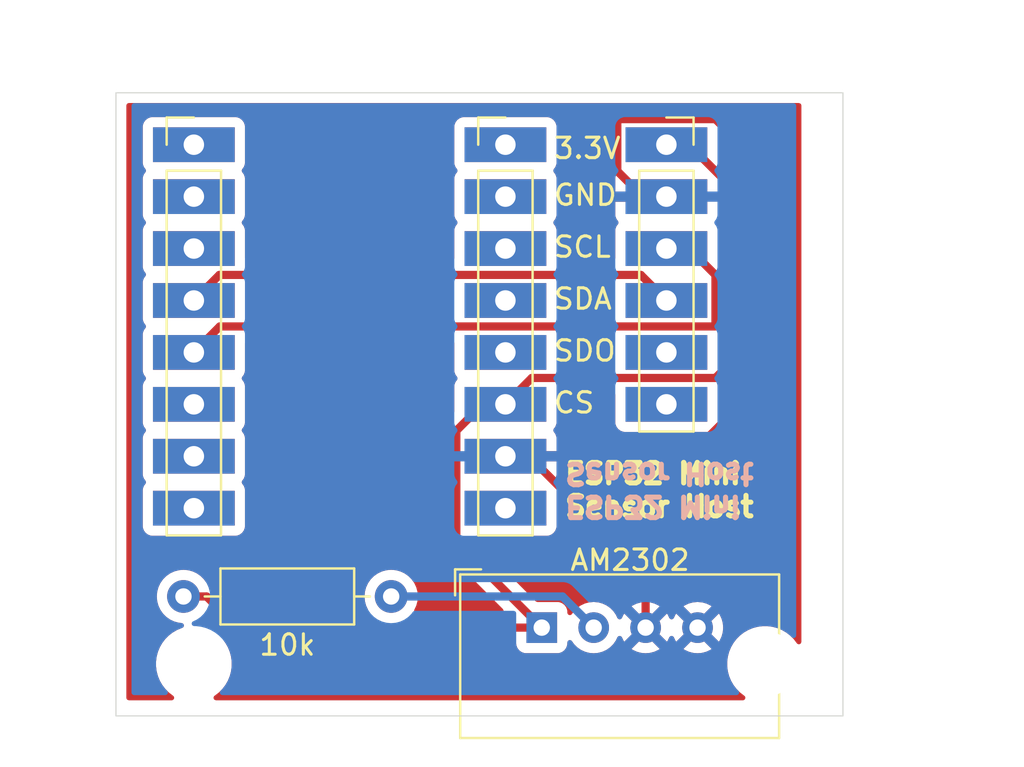
<source format=kicad_pcb>
(kicad_pcb (version 20240108) (generator "pcbnew") (generator_version "8.0")
  (layers (0 "F.Cu" signal) (31 "B.Cu" signal) (34 "B.Paste" user) (35 "F.Paste" user) (36 "B.SilkS" user "B.Silkscreen") (37 "F.SilkS" user "F.Silkscreen") (38 "B.Mask" user) (39 "F.Mask" user) (44 "Edge.Cuts" user))
  (net 0 "")
  (net 1 "GND")
  (net 2 "+3.3V")
  (net 3 "/SDA")
  (net 4 "/RX")
  (net 5 "/GPIO10")
  (net 6 "/MISO")
  (net 7 "/MOSI")
  (net 8 "/SS")
  (net 9 "/SCL")
  (net 10 "/TX")
  (net 11 "/GPIO2")
  (net 12 "/SCK")
  (net 13 "/GPIO1")
  (net 14 "/GPIO0")
  (net 15 "+5V")
  (net 16 "/GPIO3")
  (net 17 "/SDO")
  (net 18 "/CS")
  (net 19 "Net-(U1-SDA)")
  (footprint "Connector_PinHeader_2.54mm:PinHeader_1x08_P2.54mm_Vertical" (layer "F.Cu") (at 170.18 88.9)
    (property "Reference" "J2")
    (property "Value" "ESP32 C3 Supermini Right" (hide yes))
    (fp_line (start -1.33 -1.33) (end 0 -1.33) (stroke (width 0.12)) (layer "F.SilkS"))
    (fp_line (start -1.33 0) (end -1.33 -1.33) (stroke (width 0.12)) (layer "F.SilkS"))
    (fp_line (start -1.33 1.27) (end -1.33 19.11) (stroke (width 0.12)) (layer "F.SilkS"))
    (fp_line (start -1.33 1.27) (end 1.33 1.27) (stroke (width 0.12)) (layer "F.SilkS"))
    (fp_line (start -1.33 19.11) (end 1.33 19.11) (stroke (width 0.12)) (layer "F.SilkS"))
    (fp_line (start 1.33 1.27) (end 1.33 19.11) (stroke (width 0.12)) (layer "F.SilkS"))
    (pad "1" thru_hole rect (at 0 0) (size 4 1.7) (drill 1) (layers "*.Cu" "*.Mask") (net 14 "/GPIO0"))
    (pad "2" thru_hole rect (at 0 2.54) (size 4 1.7) (drill 1) (layers "*.Cu" "*.Mask") (net 13 "/GPIO1"))
    (pad "3" thru_hole rect (at 0 5.08) (size 4 1.7) (drill 1) (layers "*.Cu" "*.Mask") (net 11 "/GPIO2"))
    (pad "4" thru_hole rect (at 0 7.62) (size 4 1.7) (drill 1) (layers "*.Cu" "*.Mask") (net 16 "/GPIO3"))
    (pad "5" thru_hole rect (at 0 10.16) (size 4 1.7) (drill 1) (layers "*.Cu" "*.Mask") (net 12 "/SCK"))
    (pad "6" thru_hole rect (at 0 12.7) (size 4 1.7) (drill 1) (layers "*.Cu" "*.Mask") (net 2 "+3.3V"))
    (pad "7" thru_hole rect (at 0 15.24) (size 4 1.7) (drill 1) (layers "*.Cu" "*.Mask") (net 1 "GND"))
    (pad "8" thru_hole rect (at 0 17.78) (size 4 1.7) (drill 1) (layers "*.Cu" "*.Mask") (net 15 "+5V"))
  )
  (footprint "Resistor_THT:R_Axial_DIN0207_L6.3mm_D2.5mm_P10.16mm_Horizontal" (layer "F.Cu") (at 154.432 110.998)
    (property "Reference" "R1")
    (property "Value" "10k" (at 5.08 2.37 0) (layer "F.SilkS"))
    (fp_line (start 1.04 0) (end 1.81 0) (stroke (width 0.12)) (layer "F.SilkS"))
    (fp_line (start 1.81 -1.37) (end 1.81 1.37) (stroke (width 0.12)) (layer "F.SilkS"))
    (fp_line (start 1.81 1.37) (end 8.35 1.37) (stroke (width 0.12)) (layer "F.SilkS"))
    (fp_line (start 8.35 -1.37) (end 1.81 -1.37) (stroke (width 0.12)) (layer "F.SilkS"))
    (fp_line (start 8.35 1.37) (end 8.35 -1.37) (stroke (width 0.12)) (layer "F.SilkS"))
    (fp_line (start 9.12 0) (end 8.35 0) (stroke (width 0.12)) (layer "F.SilkS"))
    (pad "1" thru_hole circle (at 0 0) (size 1.6 1.6) (drill 0.8) (layers "*.Cu" "*.Mask") (net 2 "+3.3V"))
    (pad "2" thru_hole oval (at 10.16 0) (size 1.6 1.6) (drill 0.8) (layers "*.Cu" "*.Mask") (net 19 "Net-(U1-SDA)"))
  )
  (footprint "Connector_PinSocket_2.54mm:PinSocket_1x06_P2.54mm_Vertical" (layer "F.Cu") (at 178.054 88.9)
    (property "Reference" "J3")
    (property "Value" "Conn_01x06")
    (fp_line (start -1.33 1.27) (end -1.33 14.03) (stroke (width 0.12)) (layer "F.SilkS"))
    (fp_line (start -1.33 1.27) (end 1.33 1.27) (stroke (width 0.12)) (layer "F.SilkS"))
    (fp_line (start -1.33 14.03) (end 1.33 14.03) (stroke (width 0.12)) (layer "F.SilkS"))
    (fp_line (start 0 -1.33) (end 1.33 -1.33) (stroke (width 0.12)) (layer "F.SilkS"))
    (fp_line (start 1.33 -1.33) (end 1.33 0) (stroke (width 0.12)) (layer "F.SilkS"))
    (fp_line (start 1.33 1.27) (end 1.33 14.03) (stroke (width 0.12)) (layer "F.SilkS"))
    (pad "1" thru_hole rect (at 0 0) (size 4 1.7) (drill 1) (layers "*.Cu" "*.Mask") (net 2 "+3.3V"))
    (pad "2" thru_hole rect (at 0 2.54) (size 4 1.7) (drill 1) (layers "*.Cu" "*.Mask") (net 1 "GND"))
    (pad "3" thru_hole rect (at 0 5.08) (size 4 1.7) (drill 1) (layers "*.Cu" "*.Mask") (net 9 "/SCL"))
    (pad "4" thru_hole rect (at 0 7.62) (size 4 1.7) (drill 1) (layers "*.Cu" "*.Mask") (net 3 "/SDA"))
    (pad "5" thru_hole rect (at 0 10.16) (size 4 1.7) (drill 1) (layers "*.Cu" "*.Mask") (net 17 "/SDO"))
    (pad "6" thru_hole rect (at 0 12.7) (size 4 1.7) (drill 1) (layers "*.Cu" "*.Mask") (net 18 "/CS"))
  )
  (footprint "MountingHole:MountingHole_3.2mm_M3" (layer "F.Cu") (at 154.94 114.3)
    (property "Reference" "REF**")
    (property "Value" "MountingHole_3.2mm_M3")
    (pad "" np_thru_hole circle (at 0 0) (size 3.2 3.2) (drill 3.2) (layers "*.Cu" "*.Mask"))
  )
  (footprint "MountingHole:MountingHole_3.2mm_M3" (layer "F.Cu") (at 182.88 114.3)
    (property "Reference" "REF**")
    (property "Value" "MountingHole_3.2mm_M3")
    (pad "" np_thru_hole circle (at 0 0) (size 3.2 3.2) (drill 3.2) (layers "*.Cu" "*.Mask"))
  )
  (footprint "Connector_PinHeader_2.54mm:PinHeader_1x08_P2.54mm_Vertical" (layer "F.Cu") (at 154.94 88.9)
    (property "Reference" "J1")
    (property "Value" "ESP32 C3 Supermini Left" (hide yes))
    (fp_line (start -1.33 -1.33) (end 0 -1.33) (stroke (width 0.12)) (layer "F.SilkS"))
    (fp_line (start -1.33 0) (end -1.33 -1.33) (stroke (width 0.12)) (layer "F.SilkS"))
    (fp_line (start -1.33 1.27) (end -1.33 19.11) (stroke (width 0.12)) (layer "F.SilkS"))
    (fp_line (start -1.33 1.27) (end 1.33 1.27) (stroke (width 0.12)) (layer "F.SilkS"))
    (fp_line (start -1.33 19.11) (end 1.33 19.11) (stroke (width 0.12)) (layer "F.SilkS"))
    (fp_line (start 1.33 1.27) (end 1.33 19.11) (stroke (width 0.12)) (layer "F.SilkS"))
    (pad "1" thru_hole rect (at 0 0) (size 4 1.7) (drill 1) (layers "*.Cu" "*.Mask") (net 6 "/MISO"))
    (pad "2" thru_hole rect (at 0 2.54) (size 4 1.7) (drill 1) (layers "*.Cu" "*.Mask") (net 7 "/MOSI"))
    (pad "3" thru_hole rect (at 0 5.08) (size 4 1.7) (drill 1) (layers "*.Cu" "*.Mask") (net 8 "/SS"))
    (pad "4" thru_hole rect (at 0 7.62) (size 4 1.7) (drill 1) (layers "*.Cu" "*.Mask") (net 3 "/SDA"))
    (pad "5" thru_hole rect (at 0 10.16) (size 4 1.7) (drill 1) (layers "*.Cu" "*.Mask") (net 9 "/SCL"))
    (pad "6" thru_hole rect (at 0 12.7) (size 4 1.7) (drill 1) (layers "*.Cu" "*.Mask") (net 5 "/GPIO10"))
    (pad "7" thru_hole rect (at 0 15.24) (size 4 1.7) (drill 1) (layers "*.Cu" "*.Mask") (net 4 "/RX"))
    (pad "8" thru_hole rect (at 0 17.78) (size 4 1.7) (drill 1) (layers "*.Cu" "*.Mask") (net 10 "/TX"))
  )
  (footprint "Sensor:ASAIR_AM2302_P2.54mm_Vertical" (layer "F.Cu") (at 171.958 112.522)
    (property "Reference" "U1")
    (property "Value" "AM2302" (at 4.318 -3.302 0) (layer "F.SilkS"))
    (fp_line (start -4.24 -2.85) (end -2.97 -2.85) (stroke (width 0.12)) (layer "F.SilkS"))
    (fp_line (start -4.24 -1.58) (end -4.24 -2.85) (stroke (width 0.12)) (layer "F.SilkS"))
    (fp_line (start -3.99 -2.6) (end 11.61 -2.6) (stroke (width 0.12)) (layer "F.SilkS"))
    (fp_line (start -3.99 5.4) (end -3.99 -2.6) (stroke (width 0.12)) (layer "F.SilkS"))
    (fp_line (start 11.61 -2.6) (end 11.61 5.4) (stroke (width 0.12)) (layer "F.SilkS"))
    (fp_line (start 11.61 5.4) (end -3.99 5.4) (stroke (width 0.12)) (layer "F.SilkS"))
    (pad "1" thru_hole rect (at 0 0 90) (size 1.5 1.5) (drill 0.8) (layers "*.Cu" "*.Mask") (net 2 "+3.3V"))
    (pad "2" thru_hole circle (at 2.54 0 90) (size 1.5 1.5) (drill 0.8) (layers "*.Cu" "*.Mask") (net 19 "Net-(U1-SDA)"))
    (pad "3" thru_hole circle (at 5.08 0 90) (size 1.5 1.5) (drill 0.8) (layers "*.Cu" "*.Mask") (net 1 "GND"))
    (pad "4" thru_hole circle (at 7.62 0 90) (size 1.5 1.5) (drill 0.8) (layers "*.Cu" "*.Mask") (net 1 "GND"))
  )
  (gr_line (start 151.13 116.84) (end 186.69 116.84) (stroke (width 0.05)) (layer "Edge.Cuts"))
  (gr_line (start 151.13 86.36) (end 151.13 116.84) (stroke (width 0.05)) (layer "Edge.Cuts"))
  (gr_line (start 186.69 86.36) (end 151.13 86.36) (stroke (width 0.05)) (layer "Edge.Cuts"))
  (gr_line (start 186.69 86.36) (end 186.69 116.84) (stroke (width 0.05)) (layer "Edge.Cuts"))
  (gr_text "ESP32 Mini\nSensor Host" (at 172.974 104.394 180) (layer "B.SilkS") (effects (font (size 1 1) (thickness 0.25) (bold yes)) (justify left bottom mirror)))
  (gr_text "SCL" (at 172.466 94.488 0) (layer "F.SilkS") (effects (font (size 1 1)) (justify left bottom)))
  (gr_text "3.3V" (at 172.466 89.662 0) (layer "F.SilkS") (effects (font (size 1 1)) (justify left bottom)))
  (gr_text "SDO" (at 172.466 99.568 0) (layer "F.SilkS") (effects (font (size 1 1)) (justify left bottom)))
  (gr_text "SDA" (at 172.466 97.028 0) (layer "F.SilkS") (effects (font (size 1 1)) (justify left bottom)))
  (gr_text "GND" (at 172.466 91.948 0) (layer "F.SilkS") (effects (font (size 1 1)) (justify left bottom)))
  (gr_text "CS" (at 172.466 102.108 0) (layer "F.SilkS") (effects (font (size 1 1)) (justify left bottom)))
  (gr_text "ESP32 Mini\nSensor Host" (at 172.974 107.188 0) (layer "F.SilkS") (effects (font (size 1 1) (thickness 0.25) (bold yes)) (justify left bottom)))
  (segment (start 181.654 88.85) (end 181.654 101.65) (width 0.4) (layer "F.Cu") (net 1))
  (segment (start 177.038 109.848) (end 177.038 112.522) (width 0.4) (layer "F.Cu") (net 1))
  (segment (start 175.654 87.65) (end 180.454 87.65) (width 0.4) (layer "F.Cu") (net 1))
  (segment (start 170.18 104.14) (end 171.33 104.14) (width 0.4) (layer "F.Cu") (net 1))
  (segment (start 176.904 91.44) (end 175.654 90.19) (width 0.4) (layer "F.Cu") (net 1))
  (segment (start 175.654 90.19) (end 175.654 87.65) (width 0.4) (layer "F.Cu") (net 1))
  (segment (start 179.164 104.14) (end 170.18 104.14) (width 0.4) (layer "F.Cu") (net 1))
  (segment (start 171.33 104.14) (end 177.038 109.848) (width 0.4) (layer "F.Cu") (net 1))
  (segment (start 181.654 101.65) (end 179.164 104.14) (width 0.4) (layer "F.Cu") (net 1))
  (segment (start 180.454 87.65) (end 181.654 88.85) (width 0.4) (layer "F.Cu") (net 1))
  (segment (start 178.054 91.44) (end 176.904 91.44) (width 0.4) (layer "F.Cu") (net 1))
  (segment (start 169.07 101.6) (end 170.18 101.6) (width 0.4) (layer "F.Cu") (net 2))
  (segment (start 167.78 108.344) (end 167.78 102.89) (width 0.4) (layer "F.Cu") (net 2))
  (segment (start 154.432 110.998) (end 155.56337 110.998) (width 0.4) (layer "F.Cu") (net 2))
  (segment (start 157.08737 112.522) (end 171.958 112.522) (width 0.4) (layer "F.Cu") (net 2))
  (segment (start 181.054 99.71) (end 180.454 100.31) (width 0.4) (layer "F.Cu") (net 2))
  (segment (start 171.47 100.31) (end 170.18 101.6) (width 0.4) (layer "F.Cu") (net 2))
  (segment (start 167.78 102.89) (end 169.07 101.6) (width 0.4) (layer "F.Cu") (net 2))
  (segment (start 180.454 100.31) (end 171.47 100.31) (width 0.4) (layer "F.Cu") (net 2))
  (segment (start 181.054 90.79) (end 181.054 99.71) (width 0.4) (layer "F.Cu") (net 2))
  (segment (start 179.164 88.9) (end 181.054 90.79) (width 0.4) (layer "F.Cu") (net 2))
  (segment (start 171.958 112.522) (end 167.78 108.344) (width 0.4) (layer "F.Cu") (net 2))
  (segment (start 178.054 88.9) (end 179.164 88.9) (width 0.4) (layer "F.Cu") (net 2))
  (segment (start 155.56337 110.998) (end 157.08737 112.522) (width 0.4) (layer "F.Cu") (net 2))
  (segment (start 176.804 95.27) (end 178.054 96.52) (width 0.4) (layer "F.Cu") (net 3))
  (segment (start 156.19 95.27) (end 176.804 95.27) (width 0.4) (layer "F.Cu") (net 3))
  (segment (start 154.94 96.52) (end 156.19 95.27) (width 0.4) (layer "F.Cu") (net 3))
  (segment (start 154.94 96.52) (end 156.09 96.52) (width 0.4) (layer "B.Cu") (net 3))
  (segment (start 154.94 99.06) (end 156.21 97.79) (width 0.4) (layer "F.Cu") (net 9))
  (segment (start 180.434 97.79) (end 180.454 97.77) (width 0.4) (layer "F.Cu") (net 9))
  (segment (start 180.454 97.77) (end 180.454 95.27) (width 0.4) (layer "F.Cu") (net 9))
  (segment (start 180.454 95.27) (end 179.164 93.98) (width 0.4) (layer "F.Cu") (net 9))
  (segment (start 179.164 93.98) (end 178.054 93.98) (width 0.4) (layer "F.Cu") (net 9))
  (segment (start 156.21 97.79) (end 180.434 97.79) (width 0.4) (layer "F.Cu") (net 9))
  (segment (start 170.18 99.06) (end 169.07 99.06) (width 0.4) (layer "B.Cu") (net 12))
  (segment (start 174.498 112.522) (end 172.974 110.998) (width 0.4) (layer "B.Cu") (net 19))
  (segment (start 172.974 110.998) (end 164.592 110.998) (width 0.4) (layer "B.Cu") (net 19))
  (zone (net 1) (net_name "GND") (layer "F.Cu") (connect_pads (clearance 0.5)) (min_thickness 0.25) (fill yes (thermal_gap 0.5) (thermal_bridge_width 0.5))
    (polygon (pts (xy 184.658 86.614) (xy 184.658 116.078) (xy 151.638 116.078) (xy 151.638 86.614)))
  )
  (zone (net 1) (net_name "GND") (layer "B.Cu") (priority 1) (connect_pads (clearance 0.5)) (min_thickness 0.25) (fill yes (thermal_gap 0.5) (thermal_bridge_width 0.5))
    (polygon (pts (xy 184.404 86.868) (xy 184.404 115.824) (xy 151.892 115.824) (xy 151.892 86.868)))
  )
)
</source>
